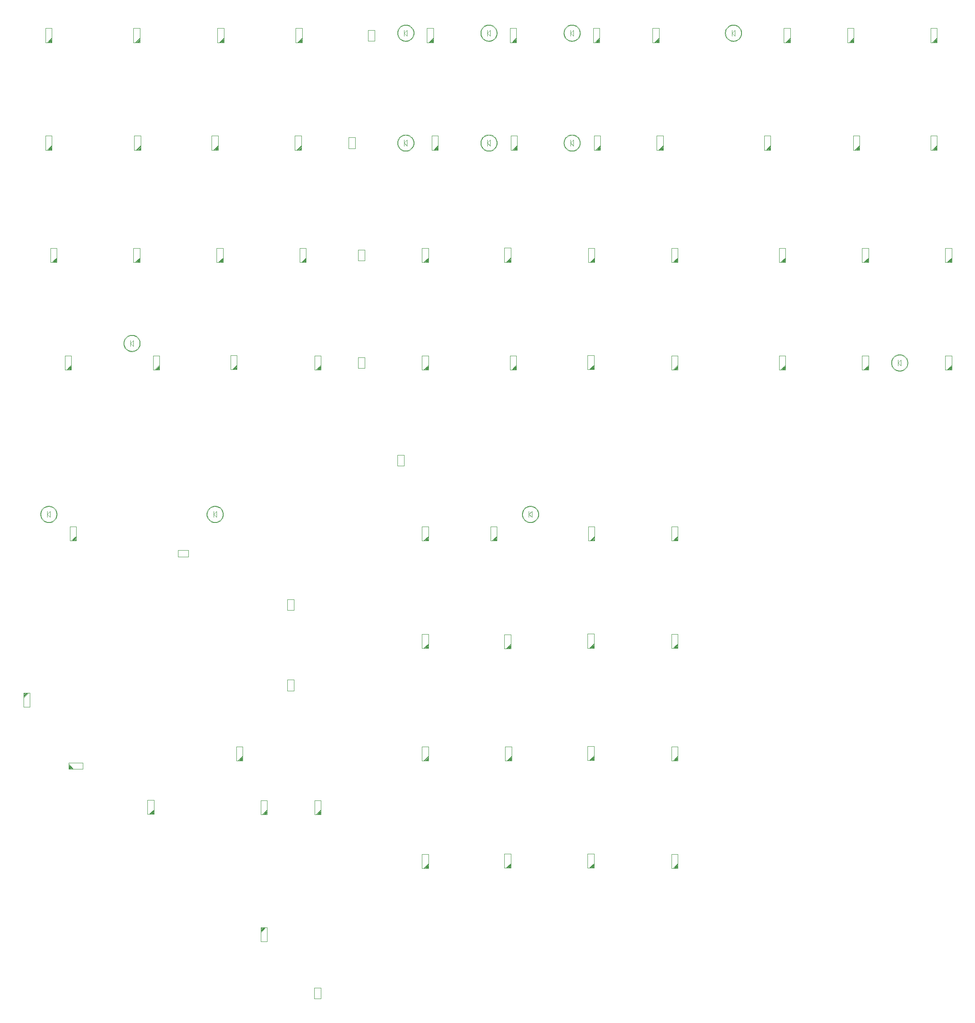
<source format=gbr>
%FSTAX23Y23*%
%MOIN*%
%SFA1B1*%

%IPPOS*%
%ADD50C,0.003937*%
%LNkeyboardmain_mechanical_14-1*%
%LPD*%
G54D50*
X01125Y05944D02*
D01*
X01125Y05949*
X01125Y05953*
X01124Y05957*
X01123Y05962*
X01122Y05966*
X0112Y0597*
X01118Y05974*
X01116Y05978*
X01113Y05981*
X01111Y05985*
X01108Y05988*
X01105Y05991*
X01101Y05994*
X01098Y05997*
X01094Y05999*
X0109Y06001*
X01086Y06003*
X01082Y06004*
X01078Y06006*
X01073Y06006*
X01069Y06007*
X01065Y06007*
X0106*
X01056Y06007*
X01052Y06006*
X01047Y06006*
X01043Y06004*
X01039Y06003*
X01035Y06001*
X01031Y05999*
X01027Y05997*
X01024Y05994*
X0102Y05991*
X01017Y05988*
X01014Y05985*
X01012Y05981*
X01009Y05978*
X01007Y05974*
X01005Y0597*
X01003Y05966*
X01002Y05962*
X01001Y05957*
X01Y05953*
X01Y05949*
X01Y05944*
X01Y0594*
X01Y05936*
X01001Y05931*
X01002Y05927*
X01003Y05923*
X01005Y05919*
X01007Y05915*
X01009Y05911*
X01012Y05907*
X01014Y05904*
X01017Y05901*
X0102Y05898*
X01024Y05895*
X01027Y05892*
X01031Y0589*
X01035Y05888*
X01039Y05886*
X01043Y05884*
X01047Y05883*
X01052Y05882*
X01056Y05882*
X0106Y05881*
X01065*
X01069Y05882*
X01073Y05882*
X01078Y05883*
X01082Y05884*
X01086Y05886*
X0109Y05888*
X01094Y0589*
X01098Y05892*
X01101Y05895*
X01105Y05898*
X01108Y05901*
X01111Y05904*
X01113Y05907*
X01116Y05911*
X01118Y05915*
X0112Y05919*
X01122Y05923*
X01123Y05927*
X01124Y05931*
X01125Y05936*
X01125Y0594*
X01125Y05944*
X01129D02*
D01*
X01129Y05949*
X01129Y05954*
X01128Y05958*
X01127Y05963*
X01125Y05967*
X01124Y05972*
X01122Y05976*
X01119Y0598*
X01117Y05984*
X01114Y05987*
X01111Y05991*
X01107Y05994*
X01104Y05997*
X011Y06*
X01096Y06002*
X01092Y06005*
X01088Y06006*
X01083Y06008*
X01079Y06009*
X01074Y0601*
X01069Y06011*
X01065Y06011*
X0106*
X01055Y06011*
X01051Y0601*
X01046Y06009*
X01042Y06008*
X01037Y06006*
X01033Y06005*
X01029Y06002*
X01025Y06*
X01021Y05997*
X01018Y05994*
X01014Y05991*
X01011Y05987*
X01008Y05984*
X01006Y0598*
X01003Y05976*
X01001Y05972*
X01Y05967*
X00998Y05963*
X00997Y05958*
X00996Y05954*
X00996Y05949*
X00996Y05944*
X00996Y0594*
X00996Y05935*
X00997Y0593*
X00998Y05926*
X01Y05921*
X01001Y05917*
X01003Y05913*
X01006Y05909*
X01008Y05905*
X01011Y05901*
X01014Y05898*
X01018Y05895*
X01021Y05892*
X01025Y05889*
X01029Y05886*
X01033Y05884*
X01037Y05882*
X01042Y05881*
X01046Y05879*
X01051Y05878*
X01055Y05878*
X0106Y05877*
X01065*
X01069Y05878*
X01074Y05878*
X01079Y05879*
X01083Y05881*
X01088Y05882*
X01092Y05884*
X01096Y05886*
X011Y05889*
X01104Y05892*
X01107Y05895*
X01111Y05898*
X01114Y05901*
X01117Y05905*
X01119Y05909*
X01122Y05913*
X01124Y05917*
X01125Y05921*
X01127Y05926*
X01128Y0593*
X01129Y05935*
X01129Y0594*
X01129Y05944*
X04334Y04566D02*
D01*
X04334Y04571*
X04334Y04575*
X04333Y0458*
X04332Y04584*
X0433Y04588*
X04329Y04592*
X04327Y04596*
X04325Y046*
X04322Y04603*
X04319Y04607*
X04316Y0461*
X04313Y04613*
X0431Y04616*
X04306Y04619*
X04303Y04621*
X04299Y04623*
X04295Y04625*
X04291Y04626*
X04286Y04628*
X04282Y04628*
X04278Y04629*
X04273Y04629*
X04269*
X04265Y04629*
X0426Y04628*
X04256Y04628*
X04252Y04626*
X04248Y04625*
X04244Y04623*
X0424Y04621*
X04236Y04619*
X04232Y04616*
X04229Y04613*
X04226Y0461*
X04223Y04607*
X0422Y04603*
X04218Y046*
X04216Y04596*
X04214Y04592*
X04212Y04588*
X04211Y04584*
X0421Y0458*
X04209Y04575*
X04208Y04571*
X04208Y04566*
X04208Y04562*
X04209Y04558*
X0421Y04553*
X04211Y04549*
X04212Y04545*
X04214Y04541*
X04216Y04537*
X04218Y04533*
X0422Y04529*
X04223Y04526*
X04226Y04523*
X04229Y0452*
X04232Y04517*
X04236Y04514*
X0424Y04512*
X04244Y0451*
X04248Y04508*
X04252Y04507*
X04256Y04505*
X0426Y04504*
X04265Y04504*
X04269Y04503*
X04273*
X04278Y04504*
X04282Y04504*
X04286Y04505*
X04291Y04507*
X04295Y04508*
X04299Y0451*
X04303Y04512*
X04306Y04514*
X0431Y04517*
X04313Y0452*
X04316Y04523*
X04319Y04526*
X04322Y04529*
X04325Y04533*
X04327Y04537*
X04329Y04541*
X0433Y04545*
X04332Y04549*
X04333Y04553*
X04334Y04558*
X04334Y04562*
X04334Y04566*
X04338D02*
D01*
X04338Y04571*
X04337Y04576*
X04337Y0458*
X04335Y04585*
X04334Y04589*
X04332Y04594*
X0433Y04598*
X04328Y04602*
X04325Y04606*
X04322Y04609*
X04319Y04613*
X04316Y04616*
X04312Y04619*
X04309Y04622*
X04305Y04624*
X043Y04627*
X04296Y04628*
X04292Y0463*
X04287Y04631*
X04283Y04632*
X04278Y04633*
X04273Y04633*
X04269*
X04264Y04633*
X0426Y04632*
X04255Y04631*
X0425Y0463*
X04246Y04628*
X04242Y04627*
X04238Y04624*
X04234Y04622*
X0423Y04619*
X04226Y04616*
X04223Y04613*
X0422Y04609*
X04217Y04606*
X04214Y04602*
X04212Y04598*
X0421Y04594*
X04208Y04589*
X04207Y04585*
X04206Y0458*
X04205Y04576*
X04204Y04571*
X04204Y04566*
X04204Y04562*
X04205Y04557*
X04206Y04553*
X04207Y04548*
X04208Y04544*
X0421Y04539*
X04212Y04535*
X04214Y04531*
X04217Y04527*
X0422Y04523*
X04223Y0452*
X04226Y04517*
X0423Y04514*
X04234Y04511*
X04238Y04508*
X04242Y04506*
X04246Y04504*
X0425Y04503*
X04255Y04501*
X0426Y04501*
X04264Y045*
X04269Y045*
X04273*
X04278Y045*
X04283Y04501*
X04287Y04501*
X04292Y04503*
X04296Y04504*
X043Y04506*
X04305Y04508*
X04309Y04511*
X04312Y04514*
X04316Y04517*
X04319Y0452*
X04322Y04523*
X04325Y04527*
X04328Y04531*
X0433Y04535*
X04332Y04539*
X04334Y04544*
X04335Y04548*
X04337Y04553*
X04337Y04557*
X04338Y04562*
X04338Y04566*
X01795D02*
D01*
X01795Y04571*
X01794Y04575*
X01793Y0458*
X01792Y04584*
X01791Y04588*
X01789Y04592*
X01787Y04596*
X01785Y046*
X01783Y04603*
X0178Y04607*
X01777Y0461*
X01774Y04613*
X01771Y04616*
X01767Y04619*
X01763Y04621*
X01759Y04623*
X01755Y04625*
X01751Y04626*
X01747Y04628*
X01743Y04628*
X01738Y04629*
X01734Y04629*
X0173*
X01725Y04629*
X01721Y04628*
X01717Y04628*
X01712Y04626*
X01708Y04625*
X01704Y04623*
X017Y04621*
X01697Y04619*
X01693Y04616*
X0169Y04613*
X01686Y0461*
X01684Y04607*
X01681Y04603*
X01678Y046*
X01676Y04596*
X01674Y04592*
X01673Y04588*
X01671Y04584*
X0167Y0458*
X01669Y04575*
X01669Y04571*
X01669Y04566*
X01669Y04562*
X01669Y04558*
X0167Y04553*
X01671Y04549*
X01673Y04545*
X01674Y04541*
X01676Y04537*
X01678Y04533*
X01681Y04529*
X01684Y04526*
X01686Y04523*
X0169Y0452*
X01693Y04517*
X01697Y04514*
X017Y04512*
X01704Y0451*
X01708Y04508*
X01712Y04507*
X01717Y04505*
X01721Y04504*
X01725Y04504*
X0173Y04503*
X01734*
X01738Y04504*
X01743Y04504*
X01747Y04505*
X01751Y04507*
X01755Y04508*
X01759Y0451*
X01763Y04512*
X01767Y04514*
X01771Y04517*
X01774Y0452*
X01777Y04523*
X0178Y04526*
X01783Y04529*
X01785Y04533*
X01787Y04537*
X01789Y04541*
X01791Y04545*
X01792Y04549*
X01793Y04553*
X01794Y04558*
X01795Y04562*
X01795Y04566*
X01799D02*
D01*
X01799Y04571*
X01798Y04576*
X01797Y0458*
X01796Y04585*
X01795Y04589*
X01793Y04594*
X01791Y04598*
X01789Y04602*
X01786Y04606*
X01783Y04609*
X0178Y04613*
X01777Y04616*
X01773Y04619*
X01769Y04622*
X01765Y04624*
X01761Y04627*
X01757Y04628*
X01752Y0463*
X01748Y04631*
X01743Y04632*
X01739Y04633*
X01734Y04633*
X01729*
X01725Y04633*
X0172Y04632*
X01716Y04631*
X01711Y0463*
X01707Y04628*
X01702Y04627*
X01698Y04624*
X01694Y04622*
X01691Y04619*
X01687Y04616*
X01684Y04613*
X01681Y04609*
X01678Y04606*
X01675Y04602*
X01673Y04598*
X01671Y04594*
X01669Y04589*
X01667Y04585*
X01666Y0458*
X01666Y04576*
X01665Y04571*
X01665Y04566*
X01665Y04562*
X01666Y04557*
X01666Y04553*
X01667Y04548*
X01669Y04544*
X01671Y04539*
X01673Y04535*
X01675Y04531*
X01678Y04527*
X01681Y04523*
X01684Y0452*
X01687Y04517*
X01691Y04514*
X01694Y04511*
X01698Y04508*
X01702Y04506*
X01707Y04504*
X01711Y04503*
X01716Y04501*
X0172Y04501*
X01725Y045*
X01729Y045*
X01734*
X01739Y045*
X01743Y04501*
X01748Y04501*
X01752Y04503*
X01757Y04504*
X01761Y04506*
X01765Y04508*
X01769Y04511*
X01773Y04514*
X01777Y04517*
X0178Y0452*
X01783Y04523*
X01786Y04527*
X01789Y04531*
X01791Y04535*
X01793Y04539*
X01795Y04544*
X01796Y04548*
X01797Y04553*
X01798Y04557*
X01799Y04562*
X01799Y04566*
X00456D02*
D01*
X00456Y04571*
X00456Y04575*
X00455Y0458*
X00454Y04584*
X00452Y04588*
X00451Y04592*
X00449Y04596*
X00447Y046*
X00444Y04603*
X00441Y04607*
X00439Y0461*
X00435Y04613*
X00432Y04616*
X00428Y04619*
X00425Y04621*
X00421Y04623*
X00417Y04625*
X00413Y04626*
X00408Y04628*
X00404Y04628*
X004Y04629*
X00395Y04629*
X00391*
X00387Y04629*
X00382Y04628*
X00378Y04628*
X00374Y04626*
X0037Y04625*
X00366Y04623*
X00362Y04621*
X00358Y04619*
X00354Y04616*
X00351Y04613*
X00348Y0461*
X00345Y04607*
X00342Y04603*
X0034Y046*
X00338Y04596*
X00336Y04592*
X00334Y04588*
X00333Y04584*
X00332Y0458*
X00331Y04575*
X0033Y04571*
X0033Y04566*
X0033Y04562*
X00331Y04558*
X00332Y04553*
X00333Y04549*
X00334Y04545*
X00336Y04541*
X00338Y04537*
X0034Y04533*
X00342Y04529*
X00345Y04526*
X00348Y04523*
X00351Y0452*
X00354Y04517*
X00358Y04514*
X00362Y04512*
X00366Y0451*
X0037Y04508*
X00374Y04507*
X00378Y04505*
X00382Y04504*
X00387Y04504*
X00391Y04503*
X00395*
X004Y04504*
X00404Y04504*
X00408Y04505*
X00413Y04507*
X00417Y04508*
X00421Y0451*
X00425Y04512*
X00428Y04514*
X00432Y04517*
X00435Y0452*
X00439Y04523*
X00441Y04526*
X00444Y04529*
X00447Y04533*
X00449Y04537*
X00451Y04541*
X00452Y04545*
X00454Y04549*
X00455Y04553*
X00456Y04558*
X00456Y04562*
X00456Y04566*
X0046D02*
D01*
X0046Y04571*
X00459Y04576*
X00459Y0458*
X00458Y04585*
X00456Y04589*
X00454Y04594*
X00452Y04598*
X0045Y04602*
X00447Y04606*
X00444Y04609*
X00441Y04613*
X00438Y04616*
X00434Y04619*
X00431Y04622*
X00427Y04624*
X00423Y04627*
X00418Y04628*
X00414Y0463*
X00409Y04631*
X00405Y04632*
X004Y04633*
X00396Y04633*
X00391*
X00386Y04633*
X00382Y04632*
X00377Y04631*
X00373Y0463*
X00368Y04628*
X00364Y04627*
X0036Y04624*
X00356Y04622*
X00352Y04619*
X00348Y04616*
X00345Y04613*
X00342Y04609*
X00339Y04606*
X00336Y04602*
X00334Y04598*
X00332Y04594*
X0033Y04589*
X00329Y04585*
X00328Y0458*
X00327Y04576*
X00326Y04571*
X00326Y04566*
X00326Y04562*
X00327Y04557*
X00328Y04553*
X00329Y04548*
X0033Y04544*
X00332Y04539*
X00334Y04535*
X00336Y04531*
X00339Y04527*
X00342Y04523*
X00345Y0452*
X00348Y04517*
X00352Y04514*
X00356Y04511*
X0036Y04508*
X00364Y04506*
X00368Y04504*
X00373Y04503*
X00377Y04501*
X00382Y04501*
X00386Y045*
X00391Y045*
X00396*
X004Y045*
X00405Y04501*
X00409Y04501*
X00414Y04503*
X00418Y04504*
X00423Y04506*
X00427Y04508*
X00431Y04511*
X00434Y04514*
X00438Y04517*
X00441Y0452*
X00444Y04523*
X00447Y04527*
X0045Y04531*
X00452Y04535*
X00454Y04539*
X00456Y04544*
X00458Y04548*
X00459Y04553*
X00459Y04557*
X0046Y04562*
X0046Y04566*
X07307Y05787D02*
D01*
X07306Y05791*
X07306Y05796*
X07305Y058*
X07304Y05804*
X07303Y05808*
X07301Y05813*
X07299Y05816*
X07297Y0582*
X07295Y05824*
X07292Y05827*
X07289Y05831*
X07286Y05834*
X07282Y05837*
X07279Y05839*
X07275Y05841*
X07271Y05844*
X07267Y05845*
X07263Y05847*
X07259Y05848*
X07255Y05849*
X0725Y0585*
X07246Y0585*
X07241*
X07237Y0585*
X07233Y05849*
X07228Y05848*
X07224Y05847*
X0722Y05845*
X07216Y05844*
X07212Y05841*
X07208Y05839*
X07205Y05837*
X07201Y05834*
X07198Y05831*
X07195Y05827*
X07193Y05824*
X0719Y0582*
X07188Y05816*
X07186Y05813*
X07184Y05808*
X07183Y05804*
X07182Y058*
X07181Y05796*
X07181Y05791*
X07181Y05787*
X07181Y05783*
X07181Y05778*
X07182Y05774*
X07183Y0577*
X07184Y05765*
X07186Y05761*
X07188Y05757*
X0719Y05754*
X07193Y0575*
X07195Y05746*
X07198Y05743*
X07201Y0574*
X07205Y05737*
X07208Y05735*
X07212Y05732*
X07216Y0573*
X0722Y05728*
X07224Y05727*
X07228Y05726*
X07233Y05725*
X07237Y05724*
X07241Y05724*
X07246*
X0725Y05724*
X07255Y05725*
X07259Y05726*
X07263Y05727*
X07267Y05728*
X07271Y0573*
X07275Y05732*
X07279Y05735*
X07282Y05737*
X07286Y0574*
X07289Y05743*
X07292Y05746*
X07295Y0575*
X07297Y05754*
X07299Y05757*
X07301Y05761*
X07303Y05765*
X07304Y0577*
X07305Y05774*
X07306Y05778*
X07306Y05783*
X07307Y05787*
X07311D02*
D01*
X0731Y05792*
X0731Y05796*
X07309Y05801*
X07308Y05805*
X07306Y0581*
X07305Y05814*
X07303Y05818*
X073Y05822*
X07298Y05826*
X07295Y0583*
X07292Y05833*
X07288Y05837*
X07285Y0584*
X07281Y05842*
X07277Y05845*
X07273Y05847*
X07269Y05849*
X07264Y05851*
X0726Y05852*
X07255Y05853*
X07251Y05853*
X07246Y05854*
X07241*
X07237Y05853*
X07232Y05853*
X07227Y05852*
X07223Y05851*
X07219Y05849*
X07214Y05847*
X0721Y05845*
X07206Y05842*
X07202Y0584*
X07199Y05837*
X07195Y05833*
X07192Y0583*
X07189Y05826*
X07187Y05822*
X07184Y05818*
X07182Y05814*
X07181Y0581*
X07179Y05805*
X07178Y05801*
X07177Y05796*
X07177Y05792*
X07177Y05787*
X07177Y05782*
X07177Y05778*
X07178Y05773*
X07179Y05768*
X07181Y05764*
X07182Y0576*
X07184Y05755*
X07187Y05751*
X07189Y05748*
X07192Y05744*
X07195Y0574*
X07199Y05737*
X07202Y05734*
X07206Y05731*
X0721Y05729*
X07214Y05727*
X07219Y05725*
X07223Y05723*
X07227Y05722*
X07232Y05721*
X07237Y0572*
X07241Y0572*
X07246*
X07251Y0572*
X07255Y05721*
X0726Y05722*
X07264Y05723*
X07269Y05725*
X07273Y05727*
X07277Y05729*
X07281Y05731*
X07285Y05734*
X07288Y05737*
X07292Y0574*
X07295Y05744*
X07298Y05748*
X073Y05751*
X07303Y05755*
X07305Y0576*
X07306Y05764*
X07308Y05768*
X07309Y05773*
X0731Y05778*
X0731Y05782*
X07311Y05787*
X04669Y07559D02*
D01*
X04669Y07563*
X04668Y07567*
X04667Y07572*
X04666Y07576*
X04665Y0758*
X04663Y07584*
X04661Y07588*
X04659Y07592*
X04657Y07596*
X04654Y07599*
X04651Y07602*
X04648Y07605*
X04645Y07608*
X04641Y07611*
X04637Y07613*
X04633Y07615*
X04629Y07617*
X04625Y07618*
X04621Y0762*
X04617Y07621*
X04612Y07621*
X04608Y07622*
X04604*
X04599Y07621*
X04595Y07621*
X04591Y0762*
X04586Y07618*
X04582Y07617*
X04578Y07615*
X04574Y07613*
X04571Y07611*
X04567Y07608*
X04564Y07605*
X0456Y07602*
X04558Y07599*
X04555Y07596*
X04552Y07592*
X0455Y07588*
X04548Y07584*
X04547Y0758*
X04545Y07576*
X04544Y07572*
X04543Y07567*
X04543Y07563*
X04543Y07559*
X04543Y07554*
X04543Y0755*
X04544Y07545*
X04545Y07541*
X04547Y07537*
X04548Y07533*
X0455Y07529*
X04552Y07525*
X04555Y07522*
X04558Y07518*
X0456Y07515*
X04564Y07512*
X04567Y07509*
X04571Y07506*
X04574Y07504*
X04578Y07502*
X04582Y075*
X04586Y07499*
X04591Y07497*
X04595Y07497*
X04599Y07496*
X04604Y07496*
X04608*
X04612Y07496*
X04617Y07497*
X04621Y07497*
X04625Y07499*
X04629Y075*
X04633Y07502*
X04637Y07504*
X04641Y07506*
X04645Y07509*
X04648Y07512*
X04651Y07515*
X04654Y07518*
X04657Y07522*
X04659Y07525*
X04661Y07529*
X04663Y07533*
X04665Y07537*
X04666Y07541*
X04667Y07545*
X04668Y0755*
X04669Y07554*
X04669Y07559*
X04673D02*
D01*
X04673Y07563*
X04672Y07568*
X04671Y07572*
X0467Y07577*
X04669Y07581*
X04667Y07586*
X04665Y0759*
X04663Y07594*
X0466Y07598*
X04657Y07602*
X04654Y07605*
X04651Y07608*
X04647Y07611*
X04643Y07614*
X04639Y07617*
X04635Y07619*
X04631Y07621*
X04626Y07622*
X04622Y07623*
X04617Y07624*
X04613Y07625*
X04608Y07625*
X04603*
X04599Y07625*
X04594Y07624*
X0459Y07623*
X04585Y07622*
X04581Y07621*
X04576Y07619*
X04572Y07617*
X04568Y07614*
X04565Y07611*
X04561Y07608*
X04558Y07605*
X04555Y07602*
X04552Y07598*
X04549Y07594*
X04547Y0759*
X04545Y07586*
X04543Y07581*
X04541Y07577*
X0454Y07572*
X0454Y07568*
X04539Y07563*
X04539Y07559*
X04539Y07554*
X0454Y07549*
X0454Y07545*
X04541Y0754*
X04543Y07536*
X04545Y07531*
X04547Y07527*
X04549Y07523*
X04552Y07519*
X04555Y07516*
X04558Y07512*
X04561Y07509*
X04565Y07506*
X04568Y07503*
X04572Y07501*
X04576Y07498*
X04581Y07496*
X04585Y07495*
X0459Y07494*
X04594Y07493*
X04599Y07492*
X04603Y07492*
X04608*
X04613Y07492*
X04617Y07493*
X04622Y07494*
X04626Y07495*
X04631Y07496*
X04635Y07498*
X04639Y07501*
X04643Y07503*
X04647Y07506*
X04651Y07509*
X04654Y07512*
X04657Y07516*
X0466Y07519*
X04663Y07523*
X04665Y07527*
X04667Y07531*
X04669Y07536*
X0467Y0754*
X04671Y07545*
X04672Y07549*
X04673Y07554*
X04673Y07559*
X04D02*
D01*
X03999Y07563*
X03999Y07567*
X03998Y07572*
X03997Y07576*
X03996Y0758*
X03994Y07584*
X03992Y07588*
X0399Y07592*
X03987Y07596*
X03985Y07599*
X03982Y07602*
X03979Y07605*
X03975Y07608*
X03972Y07611*
X03968Y07613*
X03964Y07615*
X0396Y07617*
X03956Y07618*
X03952Y0762*
X03947Y07621*
X03943Y07621*
X03939Y07622*
X03934*
X0393Y07621*
X03926Y07621*
X03921Y0762*
X03917Y07618*
X03913Y07617*
X03909Y07615*
X03905Y07613*
X03901Y07611*
X03898Y07608*
X03894Y07605*
X03891Y07602*
X03888Y07599*
X03886Y07596*
X03883Y07592*
X03881Y07588*
X03879Y07584*
X03877Y0758*
X03876Y07576*
X03875Y07572*
X03874Y07567*
X03874Y07563*
X03874Y07559*
X03874Y07554*
X03874Y0755*
X03875Y07545*
X03876Y07541*
X03877Y07537*
X03879Y07533*
X03881Y07529*
X03883Y07525*
X03886Y07522*
X03888Y07518*
X03891Y07515*
X03894Y07512*
X03898Y07509*
X03901Y07506*
X03905Y07504*
X03909Y07502*
X03913Y075*
X03917Y07499*
X03921Y07497*
X03926Y07497*
X0393Y07496*
X03934Y07496*
X03939*
X03943Y07496*
X03947Y07497*
X03952Y07497*
X03956Y07499*
X0396Y075*
X03964Y07502*
X03968Y07504*
X03972Y07506*
X03975Y07509*
X03979Y07512*
X03982Y07515*
X03985Y07518*
X03987Y07522*
X0399Y07525*
X03992Y07529*
X03994Y07533*
X03996Y07537*
X03997Y07541*
X03998Y07545*
X03999Y0755*
X03999Y07554*
X04Y07559*
X04003D02*
D01*
X04003Y07563*
X04003Y07568*
X04002Y07572*
X04001Y07577*
X03999Y07581*
X03998Y07586*
X03996Y0759*
X03993Y07594*
X03991Y07598*
X03988Y07602*
X03985Y07605*
X03981Y07608*
X03978Y07611*
X03974Y07614*
X0397Y07617*
X03966Y07619*
X03962Y07621*
X03957Y07622*
X03953Y07623*
X03948Y07624*
X03944Y07625*
X03939Y07625*
X03934*
X0393Y07625*
X03925Y07624*
X0392Y07623*
X03916Y07622*
X03911Y07621*
X03907Y07619*
X03903Y07617*
X03899Y07614*
X03895Y07611*
X03892Y07608*
X03888Y07605*
X03885Y07602*
X03882Y07598*
X0388Y07594*
X03877Y0759*
X03875Y07586*
X03874Y07581*
X03872Y07577*
X03871Y07572*
X0387Y07568*
X0387Y07563*
X0387Y07559*
X0387Y07554*
X0387Y07549*
X03871Y07545*
X03872Y0754*
X03874Y07536*
X03875Y07531*
X03877Y07527*
X0388Y07523*
X03882Y07519*
X03885Y07516*
X03888Y07512*
X03892Y07509*
X03895Y07506*
X03899Y07503*
X03903Y07501*
X03907Y07498*
X03911Y07496*
X03916Y07495*
X0392Y07494*
X03925Y07493*
X0393Y07492*
X03934Y07492*
X03939*
X03944Y07492*
X03948Y07493*
X03953Y07494*
X03957Y07495*
X03962Y07496*
X03966Y07498*
X0397Y07501*
X03974Y07503*
X03978Y07506*
X03981Y07509*
X03985Y07512*
X03988Y07516*
X03991Y07519*
X03993Y07523*
X03996Y07527*
X03998Y07531*
X03999Y07536*
X04001Y0754*
X04002Y07545*
X04003Y07549*
X04003Y07554*
X04003Y07559*
X0333D02*
D01*
X0333Y07563*
X0333Y07567*
X03329Y07572*
X03328Y07576*
X03326Y0758*
X03325Y07584*
X03323Y07588*
X03321Y07592*
X03318Y07596*
X03315Y07599*
X03313Y07602*
X03309Y07605*
X03306Y07608*
X03302Y07611*
X03299Y07613*
X03295Y07615*
X03291Y07617*
X03287Y07618*
X03282Y0762*
X03278Y07621*
X03274Y07621*
X03269Y07622*
X03265*
X03261Y07621*
X03256Y07621*
X03252Y0762*
X03248Y07618*
X03244Y07617*
X0324Y07615*
X03236Y07613*
X03232Y07611*
X03228Y07608*
X03225Y07605*
X03222Y07602*
X03219Y07599*
X03216Y07596*
X03214Y07592*
X03212Y07588*
X0321Y07584*
X03208Y0758*
X03207Y07576*
X03206Y07572*
X03205Y07567*
X03204Y07563*
X03204Y07559*
X03204Y07554*
X03205Y0755*
X03206Y07545*
X03207Y07541*
X03208Y07537*
X0321Y07533*
X03212Y07529*
X03214Y07525*
X03216Y07522*
X03219Y07518*
X03222Y07515*
X03225Y07512*
X03228Y07509*
X03232Y07506*
X03236Y07504*
X0324Y07502*
X03244Y075*
X03248Y07499*
X03252Y07497*
X03256Y07497*
X03261Y07496*
X03265Y07496*
X03269*
X03274Y07496*
X03278Y07497*
X03282Y07497*
X03287Y07499*
X03291Y075*
X03295Y07502*
X03299Y07504*
X03302Y07506*
X03306Y07509*
X03309Y07512*
X03313Y07515*
X03315Y07518*
X03318Y07522*
X03321Y07525*
X03323Y07529*
X03325Y07533*
X03326Y07537*
X03328Y07541*
X03329Y07545*
X0333Y0755*
X0333Y07554*
X0333Y07559*
X03334D02*
D01*
X03334Y07563*
X03333Y07568*
X03333Y07572*
X03332Y07577*
X0333Y07581*
X03328Y07586*
X03326Y0759*
X03324Y07594*
X03321Y07598*
X03318Y07602*
X03315Y07605*
X03312Y07608*
X03308Y07611*
X03305Y07614*
X03301Y07617*
X03297Y07619*
X03292Y07621*
X03288Y07622*
X03283Y07623*
X03279Y07624*
X03274Y07625*
X0327Y07625*
X03265*
X0326Y07625*
X03256Y07624*
X03251Y07623*
X03247Y07622*
X03242Y07621*
X03238Y07619*
X03234Y07617*
X0323Y07614*
X03226Y07611*
X03222Y07608*
X03219Y07605*
X03216Y07602*
X03213Y07598*
X0321Y07594*
X03208Y0759*
X03206Y07586*
X03204Y07581*
X03203Y07577*
X03202Y07572*
X03201Y07568*
X032Y07563*
X032Y07559*
X032Y07554*
X03201Y07549*
X03202Y07545*
X03203Y0754*
X03204Y07536*
X03206Y07531*
X03208Y07527*
X0321Y07523*
X03213Y07519*
X03216Y07516*
X03219Y07512*
X03222Y07509*
X03226Y07506*
X0323Y07503*
X03234Y07501*
X03238Y07498*
X03242Y07496*
X03247Y07495*
X03251Y07494*
X03256Y07493*
X0326Y07492*
X03265Y07492*
X0327*
X03274Y07492*
X03279Y07493*
X03283Y07494*
X03288Y07495*
X03292Y07496*
X03297Y07498*
X03301Y07501*
X03305Y07503*
X03308Y07506*
X03312Y07509*
X03315Y07512*
X03318Y07516*
X03321Y07519*
X03324Y07523*
X03326Y07527*
X03328Y07531*
X0333Y07536*
X03332Y0754*
X03333Y07545*
X03333Y07549*
X03334Y07554*
X03334Y07559*
X05968Y08444D02*
D01*
X05968Y08449*
X05967Y08453*
X05967Y08457*
X05966Y08462*
X05964Y08466*
X05963Y0847*
X05961Y08474*
X05958Y08478*
X05956Y08481*
X05953Y08485*
X0595Y08488*
X05947Y08491*
X05944Y08494*
X0594Y08497*
X05937Y08499*
X05933Y08501*
X05929Y08503*
X05924Y08504*
X0592Y08506*
X05916Y08506*
X05912Y08507*
X05907Y08507*
X05903*
X05898Y08507*
X05894Y08506*
X0589Y08506*
X05886Y08504*
X05881Y08503*
X05877Y08501*
X05874Y08499*
X0587Y08497*
X05866Y08494*
X05863Y08491*
X0586Y08488*
X05857Y08485*
X05854Y08481*
X05852Y08478*
X05849Y08474*
X05847Y0847*
X05846Y08466*
X05844Y08462*
X05843Y08457*
X05843Y08453*
X05842Y08449*
X05842Y08444*
X05842Y0844*
X05843Y08436*
X05843Y08431*
X05844Y08427*
X05846Y08423*
X05847Y08419*
X05849Y08415*
X05852Y08411*
X05854Y08407*
X05857Y08404*
X0586Y08401*
X05863Y08398*
X05866Y08395*
X0587Y08392*
X05874Y0839*
X05877Y08388*
X05881Y08386*
X05886Y08384*
X0589Y08383*
X05894Y08382*
X05898Y08382*
X05903Y08381*
X05907*
X05912Y08382*
X05916Y08382*
X0592Y08383*
X05924Y08384*
X05929Y08386*
X05933Y08388*
X05937Y0839*
X0594Y08392*
X05944Y08395*
X05947Y08398*
X0595Y08401*
X05953Y08404*
X05956Y08407*
X05958Y08411*
X05961Y08415*
X05963Y08419*
X05964Y08423*
X05966Y08427*
X05967Y08431*
X05967Y08436*
X05968Y0844*
X05968Y08444*
X05972D02*
D01*
X05972Y08449*
X05971Y08454*
X0597Y08458*
X05969Y08463*
X05968Y08467*
X05966Y08472*
X05964Y08476*
X05962Y0848*
X05959Y08484*
X05956Y08487*
X05953Y08491*
X0595Y08494*
X05946Y08497*
X05942Y085*
X05938Y08502*
X05934Y08505*
X0593Y08506*
X05926Y08508*
X05921Y08509*
X05917Y0851*
X05912Y08511*
X05907Y08511*
X05903*
X05898Y08511*
X05893Y0851*
X05889Y08509*
X05884Y08508*
X0588Y08506*
X05876Y08505*
X05872Y08502*
X05868Y085*
X05864Y08497*
X0586Y08494*
X05857Y08491*
X05854Y08487*
X05851Y08484*
X05848Y0848*
X05846Y08476*
X05844Y08472*
X05842Y08467*
X05841Y08463*
X0584Y08458*
X05839Y08454*
X05838Y08449*
X05838Y08444*
X05838Y0844*
X05839Y08435*
X0584Y0843*
X05841Y08426*
X05842Y08421*
X05844Y08417*
X05846Y08413*
X05848Y08409*
X05851Y08405*
X05854Y08401*
X05857Y08398*
X0586Y08395*
X05864Y08392*
X05868Y08389*
X05872Y08386*
X05876Y08384*
X0588Y08382*
X05884Y08381*
X05889Y08379*
X05893Y08378*
X05898Y08378*
X05903Y08377*
X05907*
X05912Y08378*
X05917Y08378*
X05921Y08379*
X05926Y08381*
X0593Y08382*
X05934Y08384*
X05938Y08386*
X05942Y08389*
X05946Y08392*
X0595Y08395*
X05953Y08398*
X05956Y08401*
X05959Y08405*
X05962Y08409*
X05964Y08413*
X05966Y08417*
X05968Y08421*
X05969Y08426*
X0597Y0843*
X05971Y08435*
X05972Y0844*
X05972Y08444*
X04669D02*
D01*
X04669Y08449*
X04668Y08453*
X04667Y08457*
X04666Y08462*
X04665Y08466*
X04663Y0847*
X04661Y08474*
X04659Y08478*
X04657Y08481*
X04654Y08485*
X04651Y08488*
X04648Y08491*
X04645Y08494*
X04641Y08497*
X04637Y08499*
X04633Y08501*
X04629Y08503*
X04625Y08504*
X04621Y08506*
X04617Y08506*
X04612Y08507*
X04608Y08507*
X04604*
X04599Y08507*
X04595Y08506*
X04591Y08506*
X04586Y08504*
X04582Y08503*
X04578Y08501*
X04574Y08499*
X04571Y08497*
X04567Y08494*
X04564Y08491*
X0456Y08488*
X04558Y08485*
X04555Y08481*
X04552Y08478*
X0455Y08474*
X04548Y0847*
X04547Y08466*
X04545Y08462*
X04544Y08457*
X04543Y08453*
X04543Y08449*
X04543Y08444*
X04543Y0844*
X04543Y08436*
X04544Y08431*
X04545Y08427*
X04547Y08423*
X04548Y08419*
X0455Y08415*
X04552Y08411*
X04555Y08407*
X04558Y08404*
X0456Y08401*
X04564Y08398*
X04567Y08395*
X04571Y08392*
X04574Y0839*
X04578Y08388*
X04582Y08386*
X04586Y08384*
X04591Y08383*
X04595Y08382*
X04599Y08382*
X04604Y08381*
X04608*
X04612Y08382*
X04617Y08382*
X04621Y08383*
X04625Y08384*
X04629Y08386*
X04633Y08388*
X04637Y0839*
X04641Y08392*
X04645Y08395*
X04648Y08398*
X04651Y08401*
X04654Y08404*
X04657Y08407*
X04659Y08411*
X04661Y08415*
X04663Y08419*
X04665Y08423*
X04666Y08427*
X04667Y08431*
X04668Y08436*
X04669Y0844*
X04669Y08444*
X04673D02*
D01*
X04673Y08449*
X04672Y08454*
X04671Y08458*
X0467Y08463*
X04669Y08467*
X04667Y08472*
X04665Y08476*
X04663Y0848*
X0466Y08484*
X04657Y08487*
X04654Y08491*
X04651Y08494*
X04647Y08497*
X04643Y085*
X04639Y08502*
X04635Y08505*
X04631Y08506*
X04626Y08508*
X04622Y08509*
X04617Y0851*
X04613Y08511*
X04608Y08511*
X04603*
X04599Y08511*
X04594Y0851*
X0459Y08509*
X04585Y08508*
X04581Y08506*
X04576Y08505*
X04572Y08502*
X04568Y085*
X04565Y08497*
X04561Y08494*
X04558Y08491*
X04555Y08487*
X04552Y08484*
X04549Y0848*
X04547Y08476*
X04545Y08472*
X04543Y08467*
X04541Y08463*
X0454Y08458*
X0454Y08454*
X04539Y08449*
X04539Y08444*
X04539Y0844*
X0454Y08435*
X0454Y0843*
X04541Y08426*
X04543Y08421*
X04545Y08417*
X04547Y08413*
X04549Y08409*
X04552Y08405*
X04555Y08401*
X04558Y08398*
X04561Y08395*
X04565Y08392*
X04568Y08389*
X04572Y08386*
X04576Y08384*
X04581Y08382*
X04585Y08381*
X0459Y08379*
X04594Y08378*
X04599Y08378*
X04603Y08377*
X04608*
X04613Y08378*
X04617Y08378*
X04622Y08379*
X04626Y08381*
X04631Y08382*
X04635Y08384*
X04639Y08386*
X04643Y08389*
X04647Y08392*
X04651Y08395*
X04654Y08398*
X04657Y08401*
X0466Y08405*
X04663Y08409*
X04665Y08413*
X04667Y08417*
X04669Y08421*
X0467Y08426*
X04671Y0843*
X04672Y08435*
X04673Y0844*
X04673Y08444*
X04D02*
D01*
X03999Y08449*
X03999Y08453*
X03998Y08457*
X03997Y08462*
X03996Y08466*
X03994Y0847*
X03992Y08474*
X0399Y08478*
X03987Y08481*
X03985Y08485*
X03982Y08488*
X03979Y08491*
X03975Y08494*
X03972Y08497*
X03968Y08499*
X03964Y08501*
X0396Y08503*
X03956Y08504*
X03952Y08506*
X03947Y08506*
X03943Y08507*
X03939Y08507*
X03934*
X0393Y08507*
X03926Y08506*
X03921Y08506*
X03917Y08504*
X03913Y08503*
X03909Y08501*
X03905Y08499*
X03901Y08497*
X03898Y08494*
X03894Y08491*
X03891Y08488*
X03888Y08485*
X03886Y08481*
X03883Y08478*
X03881Y08474*
X03879Y0847*
X03877Y08466*
X03876Y08462*
X03875Y08457*
X03874Y08453*
X03874Y08449*
X03874Y08444*
X03874Y0844*
X03874Y08436*
X03875Y08431*
X03876Y08427*
X03877Y08423*
X03879Y08419*
X03881Y08415*
X03883Y08411*
X03886Y08407*
X03888Y08404*
X03891Y08401*
X03894Y08398*
X03898Y08395*
X03901Y08392*
X03905Y0839*
X03909Y08388*
X03913Y08386*
X03917Y08384*
X03921Y08383*
X03926Y08382*
X0393Y08382*
X03934Y08381*
X03939*
X03943Y08382*
X03947Y08382*
X03952Y08383*
X03956Y08384*
X0396Y08386*
X03964Y08388*
X03968Y0839*
X03972Y08392*
X03975Y08395*
X03979Y08398*
X03982Y08401*
X03985Y08404*
X03987Y08407*
X0399Y08411*
X03992Y08415*
X03994Y08419*
X03996Y08423*
X03997Y08427*
X03998Y08431*
X03999Y08436*
X03999Y0844*
X04Y08444*
X04003D02*
D01*
X04003Y08449*
X04003Y08454*
X04002Y08458*
X04001Y08463*
X03999Y08467*
X03998Y08472*
X03996Y08476*
X03993Y0848*
X03991Y08484*
X03988Y08487*
X03985Y08491*
X03981Y08494*
X03978Y08497*
X03974Y085*
X0397Y08502*
X03966Y08505*
X03962Y08506*
X03957Y08508*
X03953Y08509*
X03948Y0851*
X03944Y08511*
X03939Y08511*
X03934*
X0393Y08511*
X03925Y0851*
X0392Y08509*
X03916Y08508*
X03911Y08506*
X03907Y08505*
X03903Y08502*
X03899Y085*
X03895Y08497*
X03892Y08494*
X03888Y08491*
X03885Y08487*
X03882Y08484*
X0388Y0848*
X03877Y08476*
X03875Y08472*
X03874Y08467*
X03872Y08463*
X03871Y08458*
X0387Y08454*
X0387Y08449*
X0387Y08444*
X0387Y0844*
X0387Y08435*
X03871Y0843*
X03872Y08426*
X03874Y08421*
X03875Y08417*
X03877Y08413*
X0388Y08409*
X03882Y08405*
X03885Y08401*
X03888Y08398*
X03892Y08395*
X03895Y08392*
X03899Y08389*
X03903Y08386*
X03907Y08384*
X03911Y08382*
X03916Y08381*
X0392Y08379*
X03925Y08378*
X0393Y08378*
X03934Y08377*
X03939*
X03944Y08378*
X03948Y08378*
X03953Y08379*
X03957Y08381*
X03962Y08382*
X03966Y08384*
X0397Y08386*
X03974Y08389*
X03978Y08392*
X03981Y08395*
X03985Y08398*
X03988Y08401*
X03991Y08405*
X03993Y08409*
X03996Y08413*
X03998Y08417*
X03999Y08421*
X04001Y08426*
X04002Y0843*
X04003Y08435*
X04003Y0844*
X04003Y08444*
X0333D02*
D01*
X0333Y08449*
X0333Y08453*
X03329Y08457*
X03328Y08462*
X03326Y08466*
X03325Y0847*
X03323Y08474*
X03321Y08478*
X03318Y08481*
X03315Y08485*
X03313Y08488*
X03309Y08491*
X03306Y08494*
X03302Y08497*
X03299Y08499*
X03295Y08501*
X03291Y08503*
X03287Y08504*
X03282Y08506*
X03278Y08506*
X03274Y08507*
X03269Y08507*
X03265*
X03261Y08507*
X03256Y08506*
X03252Y08506*
X03248Y08504*
X03244Y08503*
X0324Y08501*
X03236Y08499*
X03232Y08497*
X03228Y08494*
X03225Y08491*
X03222Y08488*
X03219Y08485*
X03216Y08481*
X03214Y08478*
X03212Y08474*
X0321Y0847*
X03208Y08466*
X03207Y08462*
X03206Y08457*
X03205Y08453*
X03204Y08449*
X03204Y08444*
X03204Y0844*
X03205Y08436*
X03206Y08431*
X03207Y08427*
X03208Y08423*
X0321Y08419*
X03212Y08415*
X03214Y08411*
X03216Y08407*
X03219Y08404*
X03222Y08401*
X03225Y08398*
X03228Y08395*
X03232Y08392*
X03236Y0839*
X0324Y08388*
X03244Y08386*
X03248Y08384*
X03252Y08383*
X03256Y08382*
X03261Y08382*
X03265Y08381*
X03269*
X03274Y08382*
X03278Y08382*
X03282Y08383*
X03287Y08384*
X03291Y08386*
X03295Y08388*
X03299Y0839*
X03302Y08392*
X03306Y08395*
X03309Y08398*
X03313Y08401*
X03315Y08404*
X03318Y08407*
X03321Y08411*
X03323Y08415*
X03325Y08419*
X03326Y08423*
X03328Y08427*
X03329Y08431*
X0333Y08436*
X0333Y0844*
X0333Y08444*
X03334D02*
D01*
X03334Y08449*
X03333Y08454*
X03333Y08458*
X03332Y08463*
X0333Y08467*
X03328Y08472*
X03326Y08476*
X03324Y0848*
X03321Y08484*
X03318Y08487*
X03315Y08491*
X03312Y08494*
X03308Y08497*
X03305Y085*
X03301Y08502*
X03297Y08505*
X03292Y08506*
X03288Y08508*
X03283Y08509*
X03279Y0851*
X03274Y08511*
X0327Y08511*
X03265*
X0326Y08511*
X03256Y0851*
X03251Y08509*
X03247Y08508*
X03242Y08506*
X03238Y08505*
X03234Y08502*
X0323Y085*
X03226Y08497*
X03222Y08494*
X03219Y08491*
X03216Y08487*
X03213Y08484*
X0321Y0848*
X03208Y08476*
X03206Y08472*
X03204Y08467*
X03203Y08463*
X03202Y08458*
X03201Y08454*
X032Y08449*
X032Y08444*
X032Y0844*
X03201Y08435*
X03202Y0843*
X03203Y08426*
X03204Y08421*
X03206Y08417*
X03208Y08413*
X0321Y08409*
X03213Y08405*
X03216Y08401*
X03219Y08398*
X03222Y08395*
X03226Y08392*
X0323Y08389*
X03234Y08386*
X03238Y08384*
X03242Y08382*
X03247Y08381*
X03251Y08379*
X03256Y08378*
X0326Y08378*
X03265Y08377*
X0327*
X03274Y08378*
X03279Y08378*
X03283Y08379*
X03288Y08381*
X03292Y08382*
X03297Y08384*
X03301Y08386*
X03305Y08389*
X03308Y08392*
X03312Y08395*
X03315Y08398*
X03318Y08401*
X03321Y08405*
X03324Y08409*
X03326Y08413*
X03328Y08417*
X0333Y08421*
X03332Y08426*
X03333Y0843*
X03333Y08435*
X03334Y0844*
X03334Y08444*
X01074Y05921D02*
Y05968D01*
X01051Y05944D02*
X01074Y05968D01*
X01051Y05944D02*
X01074Y05921D01*
X01051D02*
Y05968D01*
X0019Y03013D02*
Y03127D01*
X00242*
Y03013D02*
Y03127D01*
X0019Y03013D02*
X00242D01*
X0019Y03088D02*
X0023Y03127D01*
X0019Y03092D02*
X00226Y03127D01*
X0019Y03096D02*
X00222Y03127D01*
X0019Y031D02*
X00218Y03127D01*
X0019Y03104D02*
X00214Y03127D01*
X0019Y03108D02*
X0021Y03127D01*
X0019Y03112D02*
X00206Y03127D01*
X0019Y03116D02*
X00202Y03127D01*
X0019Y0312D02*
X00198Y03127D01*
X0019Y03124D02*
X00194Y03127D01*
X00553Y02513D02*
X00667D01*
X00553D02*
Y02564D01*
X00667*
Y02513D02*
Y02564D01*
X00553Y02553D02*
X00592Y02513D01*
X00553Y02549D02*
X00588Y02513D01*
X00553Y02545D02*
X00584Y02513D01*
X00553Y02541D02*
X0058Y02513D01*
X00553Y02537D02*
X00576Y02513D01*
X00553Y02533D02*
X00572Y02513D01*
X00553Y02529D02*
X00568Y02513D01*
X00553Y02525D02*
X00564Y02513D01*
X00553Y02521D02*
X00561Y02513D01*
X00553Y02517D02*
X00557Y02513D01*
X01519Y04225D02*
Y04278D01*
X01433Y04225D02*
Y04278D01*
X01433Y04225D02*
X01519D01*
X01433Y04278D02*
X01519D01*
X02315Y03881D02*
X02369D01*
X02315Y03795D02*
X02369D01*
X02369Y03795D02*
Y03881D01*
X02315Y03795D02*
Y03881D01*
X02315Y03145D02*
X02369D01*
X02315Y03232D02*
X02369D01*
X02315Y03145D02*
Y03232D01*
X02369Y03145D02*
Y03232D01*
X02532Y00665D02*
X02585D01*
X02532Y00751D02*
X02585D01*
X02532Y00665D02*
Y00751D01*
X02585Y00665D02*
Y00751D01*
X02886Y05744D02*
X02939D01*
X02886Y0583D02*
X02939D01*
X02886Y05744D02*
Y0583D01*
X02939Y05744D02*
Y0583D01*
X02886Y0661D02*
X02939D01*
X02886Y06696D02*
X02939D01*
X02886Y0661D02*
Y06696D01*
X02939Y0661D02*
Y06696D01*
X02808Y07515D02*
X02861D01*
X02808Y07602D02*
X02861D01*
X02808Y07515D02*
Y07602D01*
X02861Y07515D02*
Y07602D01*
X02965Y08381D02*
X03018D01*
X02965Y08468D02*
X03018D01*
X02965Y08381D02*
Y08468D01*
X03018Y08381D02*
Y08468D01*
X03201Y05043D02*
X03254D01*
X03201Y04956D02*
X03254D01*
X03254Y04956D02*
Y05043D01*
X03201Y04956D02*
Y05043D01*
X04283Y04543D02*
Y0459D01*
X04259Y04566D02*
X04283Y0459D01*
X04259Y04566D02*
X04283Y04543D01*
X04259D02*
Y0459D01*
X01744Y04543D02*
Y0459D01*
X0172Y04566D02*
X01744Y0459D01*
X0172Y04566D02*
X01744Y04543D01*
X0172D02*
Y0459D01*
X00405Y04543D02*
Y0459D01*
X00381Y04566D02*
X00405Y0459D01*
X00381Y04566D02*
X00405Y04543D01*
X00381D02*
Y0459D01*
X07255Y05763D02*
Y05811D01*
X07232Y05787D02*
X07255Y05811D01*
X07232Y05787D02*
X07255Y05763D01*
X07232D02*
Y05811D01*
X04618Y07535D02*
Y07582D01*
X04594Y07559D02*
X04618Y07582D01*
X04594Y07559D02*
X04618Y07535D01*
X04594D02*
Y07582D01*
X03948Y07535D02*
Y07582D01*
X03925Y07559D02*
X03948Y07582D01*
X03925Y07559D02*
X03948Y07535D01*
X03925D02*
Y07582D01*
X03279Y07535D02*
Y07582D01*
X03255Y07559D02*
X03279Y07582D01*
X03255Y07559D02*
X03279Y07535D01*
X03255D02*
Y07582D01*
X05917Y08421D02*
Y08468D01*
X05893Y08444D02*
X05917Y08468D01*
X05893Y08444D02*
X05917Y08421D01*
X05893D02*
Y08468D01*
X04618Y08421D02*
Y08468D01*
X04594Y08444D02*
X04618Y08468D01*
X04594Y08444D02*
X04618Y08421D01*
X04594D02*
Y08468D01*
X03948Y08421D02*
Y08468D01*
X03925Y08444D02*
X03948Y08468D01*
X03925Y08444D02*
X03948Y08421D01*
X03925D02*
Y08468D01*
X03279Y08421D02*
Y08468D01*
X03255Y08444D02*
X03279Y08468D01*
X03255Y08444D02*
X03279Y08421D01*
X03255D02*
Y08468D01*
X05458Y01714D02*
Y01828D01*
X05407Y01714D02*
X05458D01*
X05407D02*
Y01828D01*
X05458*
X05419Y01714D02*
X05458Y01753D01*
X05423Y01714D02*
X05458Y0175D01*
X05427Y01714D02*
X05458Y01746D01*
X05431Y01714D02*
X05458Y01742D01*
X05435Y01714D02*
X05458Y01738D01*
X05438Y01714D02*
X05458Y01734D01*
X05442Y01714D02*
X05458Y0173D01*
X05446Y01714D02*
X05458Y01726D01*
X0545Y01714D02*
X05458Y01722D01*
X05454Y01714D02*
X05458Y01718D01*
X04783Y01716D02*
Y0183D01*
X04732Y01716D02*
X04783D01*
X04732D02*
Y0183D01*
X04783*
X04744Y01716D02*
X04783Y01755D01*
X04748Y01716D02*
X04783Y01751D01*
X04751Y01716D02*
X04783Y01748D01*
X04755Y01716D02*
X04783Y01744D01*
X04759Y01716D02*
X04783Y0174D01*
X04763Y01716D02*
X04783Y01736D01*
X04767Y01716D02*
X04783Y01732D01*
X04771Y01716D02*
X04783Y01728D01*
X04775Y01716D02*
X04783Y01724D01*
X04779Y01716D02*
X04783Y0172D01*
X04114Y01716D02*
Y0183D01*
X04062Y01716D02*
X04114D01*
X04062D02*
Y0183D01*
X04114*
X04074Y01716D02*
X04114Y01755D01*
X04078Y01716D02*
X04114Y01751D01*
X04082Y01716D02*
X04114Y01748D01*
X04086Y01716D02*
X04114Y01744D01*
X0409Y01716D02*
X04114Y0174D01*
X04094Y01716D02*
X04114Y01736D01*
X04098Y01716D02*
X04114Y01732D01*
X04102Y01716D02*
X04114Y01728D01*
X04106Y01716D02*
X04114Y01724D01*
X0411Y01716D02*
X04114Y0172D01*
X0345Y01714D02*
Y01828D01*
X03399Y01714D02*
X0345D01*
X03399D02*
Y01828D01*
X0345*
X03411Y01714D02*
X0345Y01753D01*
X03415Y01714D02*
X0345Y0175D01*
X03419Y01714D02*
X0345Y01746D01*
X03423Y01714D02*
X0345Y01742D01*
X03427Y01714D02*
X0345Y01738D01*
X03431Y01714D02*
X0345Y01734D01*
X03435Y01714D02*
X0345Y0173D01*
X03438Y01714D02*
X0345Y01726D01*
X03442Y01714D02*
X0345Y01722D01*
X03446Y01714D02*
X0345Y01718D01*
X021Y01124D02*
Y01238D01*
X02151*
Y01124D02*
Y01238D01*
X021Y01124D02*
X02151D01*
X021Y01198D02*
X02139Y01238D01*
X021Y01202D02*
X02135Y01238D01*
X021Y01206D02*
X02131Y01238D01*
X021Y0121D02*
X02127Y01238D01*
X021Y01214D02*
X02124Y01238D01*
X021Y01218D02*
X0212Y01238D01*
X021Y01222D02*
X02116Y01238D01*
X021Y01226D02*
X02112Y01238D01*
X021Y0123D02*
X02108Y01238D01*
X021Y01234D02*
X02104Y01238D01*
X05458Y0258D02*
Y02694D01*
X05407Y0258D02*
X05458D01*
X05407D02*
Y02694D01*
X05458*
X05419Y0258D02*
X05458Y0262D01*
X05423Y0258D02*
X05458Y02616D01*
X05427Y0258D02*
X05458Y02612D01*
X05431Y0258D02*
X05458Y02608D01*
X05435Y0258D02*
X05458Y02604D01*
X05438Y0258D02*
X05458Y026D01*
X05442Y0258D02*
X05458Y02596D01*
X05446Y0258D02*
X05458Y02592D01*
X0545Y0258D02*
X05458Y02588D01*
X05454Y0258D02*
X05458Y02584D01*
X04783Y02582D02*
Y02696D01*
X04732Y02582D02*
X04783D01*
X04732D02*
Y02696D01*
X04783*
X04744Y02582D02*
X04783Y02622D01*
X04748Y02582D02*
X04783Y02618D01*
X04751Y02582D02*
X04783Y02614D01*
X04755Y02582D02*
X04783Y0261D01*
X04759Y02582D02*
X04783Y02606D01*
X04763Y02582D02*
X04783Y02602D01*
X04767Y02582D02*
X04783Y02598D01*
X04771Y02582D02*
X04783Y02594D01*
X04775Y02582D02*
X04783Y0259D01*
X04779Y02582D02*
X04783Y02586D01*
X0412Y0258D02*
Y02694D01*
X04068Y0258D02*
X0412D01*
X04068D02*
Y02694D01*
X0412*
X0408Y0258D02*
X0412Y0262D01*
X04084Y0258D02*
X0412Y02616D01*
X04088Y0258D02*
X0412Y02612D01*
X04092Y0258D02*
X0412Y02608D01*
X04096Y0258D02*
X0412Y02604D01*
X041Y0258D02*
X0412Y026D01*
X04104Y0258D02*
X0412Y02596D01*
X04108Y0258D02*
X0412Y02592D01*
X04112Y0258D02*
X0412Y02588D01*
X04116Y0258D02*
X0412Y02584D01*
X0345Y0258D02*
Y02694D01*
X03399Y0258D02*
X0345D01*
X03399D02*
Y02694D01*
X0345*
X03411Y0258D02*
X0345Y0262D01*
X03415Y0258D02*
X0345Y02616D01*
X03419Y0258D02*
X0345Y02612D01*
X03423Y0258D02*
X0345Y02608D01*
X03427Y0258D02*
X0345Y02604D01*
X03431Y0258D02*
X0345Y026D01*
X03435Y0258D02*
X0345Y02596D01*
X03438Y0258D02*
X0345Y02592D01*
X03442Y0258D02*
X0345Y02588D01*
X03446Y0258D02*
X0345Y02584D01*
X02584Y02147D02*
Y02261D01*
X02533Y02147D02*
X02584D01*
X02533D02*
Y02261D01*
X02584*
X02545Y02147D02*
X02584Y02187D01*
X02549Y02147D02*
X02584Y02183D01*
X02553Y02147D02*
X02584Y02179D01*
X02557Y02147D02*
X02584Y02175D01*
X02561Y02147D02*
X02584Y02171D01*
X02564Y02147D02*
X02584Y02167D01*
X02568Y02147D02*
X02584Y02163D01*
X02572Y02147D02*
X02584Y02159D01*
X02576Y02147D02*
X02584Y02155D01*
X0258Y02147D02*
X02584Y02151D01*
X02151Y02147D02*
Y02261D01*
X021Y02147D02*
X02151D01*
X021D02*
Y02261D01*
X02151*
X02112Y02147D02*
X02151Y02187D01*
X02116Y02147D02*
X02151Y02183D01*
X0212Y02147D02*
X02151Y02179D01*
X02124Y02147D02*
X02151Y02175D01*
X02127Y02147D02*
X02151Y02171D01*
X02131Y02147D02*
X02151Y02167D01*
X02135Y02147D02*
X02151Y02163D01*
X02139Y02147D02*
X02151Y02159D01*
X02143Y02147D02*
X02151Y02155D01*
X02147Y02147D02*
X02151Y02151D01*
X0124Y02149D02*
Y02263D01*
X01188Y02149D02*
X0124D01*
X01188D02*
Y02263D01*
X0124*
X012Y02149D02*
X0124Y02188D01*
X01204Y02149D02*
X0124Y02185D01*
X01208Y02149D02*
X0124Y02181D01*
X01212Y02149D02*
X0124Y02177D01*
X01216Y02149D02*
X0124Y02173D01*
X0122Y02149D02*
X0124Y02169D01*
X01224Y02149D02*
X0124Y02165D01*
X01228Y02149D02*
X0124Y02161D01*
X01232Y02149D02*
X0124Y02157D01*
X01236Y02149D02*
X0124Y02153D01*
X05458Y03486D02*
Y036D01*
X05407Y03486D02*
X05458D01*
X05407D02*
Y036D01*
X05458*
X05419Y03486D02*
X05458Y03525D01*
X05423Y03486D02*
X05458Y03521D01*
X05427Y03486D02*
X05458Y03517D01*
X05431Y03486D02*
X05458Y03513D01*
X05435Y03486D02*
X05458Y03509D01*
X05438Y03486D02*
X05458Y03505D01*
X05442Y03486D02*
X05458Y03501D01*
X05446Y03486D02*
X05458Y03498D01*
X0545Y03486D02*
X05458Y03494D01*
X05454Y03486D02*
X05458Y0349D01*
X04783Y03488D02*
Y03602D01*
X04732Y03488D02*
X04783D01*
X04732D02*
Y03602D01*
X04783*
X04744Y03488D02*
X04783Y03527D01*
X04748Y03488D02*
X04783Y03523D01*
X04751Y03488D02*
X04783Y03519D01*
X04755Y03488D02*
X04783Y03515D01*
X04759Y03488D02*
X04783Y03511D01*
X04763Y03488D02*
X04783Y03507D01*
X04767Y03488D02*
X04783Y03503D01*
X04771Y03488D02*
X04783Y035D01*
X04775Y03488D02*
X04783Y03496D01*
X04779Y03488D02*
X04783Y03492D01*
X04114Y03484D02*
Y03598D01*
X04062Y03484D02*
X04114D01*
X04062D02*
Y03598D01*
X04114*
X04074Y03484D02*
X04114Y03523D01*
X04078Y03484D02*
X04114Y03519D01*
X04082Y03484D02*
X04114Y03515D01*
X04086Y03484D02*
X04114Y03511D01*
X0409Y03484D02*
X04114Y03507D01*
X04094Y03484D02*
X04114Y03503D01*
X04098Y03484D02*
X04114Y035D01*
X04102Y03484D02*
X04114Y03496D01*
X04106Y03484D02*
X04114Y03492D01*
X0411Y03484D02*
X04114Y03488D01*
X0345Y03486D02*
Y036D01*
X03399Y03486D02*
X0345D01*
X03399D02*
Y036D01*
X0345*
X03411Y03486D02*
X0345Y03525D01*
X03415Y03486D02*
X0345Y03521D01*
X03419Y03486D02*
X0345Y03517D01*
X03423Y03486D02*
X0345Y03513D01*
X03427Y03486D02*
X0345Y03509D01*
X03431Y03486D02*
X0345Y03505D01*
X03435Y03486D02*
X0345Y03501D01*
X03438Y03486D02*
X0345Y03498D01*
X03442Y03486D02*
X0345Y03494D01*
X03446Y03486D02*
X0345Y0349D01*
X01954Y0258D02*
Y02694D01*
X01903Y0258D02*
X01954D01*
X01903D02*
Y02694D01*
X01954*
X01915Y0258D02*
X01954Y0262D01*
X01919Y0258D02*
X01954Y02616D01*
X01923Y0258D02*
X01954Y02612D01*
X01927Y0258D02*
X01954Y02608D01*
X01931Y0258D02*
X01954Y02604D01*
X01935Y0258D02*
X01954Y026D01*
X01938Y0258D02*
X01954Y02596D01*
X01942Y0258D02*
X01954Y02592D01*
X01946Y0258D02*
X01954Y02588D01*
X0195Y0258D02*
X01954Y02584D01*
X05458Y04352D02*
Y04466D01*
X05407Y04352D02*
X05458D01*
X05407D02*
Y04466D01*
X05458*
X05419Y04352D02*
X05458Y04391D01*
X05423Y04352D02*
X05458Y04387D01*
X05427Y04352D02*
X05458Y04383D01*
X05431Y04352D02*
X05458Y04379D01*
X05435Y04352D02*
X05458Y04375D01*
X05438Y04352D02*
X05458Y04372D01*
X05442Y04352D02*
X05458Y04368D01*
X05446Y04352D02*
X05458Y04364D01*
X0545Y04352D02*
X05458Y0436D01*
X05454Y04352D02*
X05458Y04356D01*
X04789Y04352D02*
Y04466D01*
X04738Y04352D02*
X04789D01*
X04738D02*
Y04466D01*
X04789*
X0475Y04352D02*
X04789Y04391D01*
X04753Y04352D02*
X04789Y04387D01*
X04757Y04352D02*
X04789Y04383D01*
X04761Y04352D02*
X04789Y04379D01*
X04765Y04352D02*
X04789Y04375D01*
X04769Y04352D02*
X04789Y04372D01*
X04773Y04352D02*
X04789Y04368D01*
X04777Y04352D02*
X04789Y04364D01*
X04781Y04352D02*
X04789Y0436D01*
X04785Y04352D02*
X04789Y04356D01*
X04001Y04352D02*
Y04466D01*
X0395Y04352D02*
X04001D01*
X0395D02*
Y04466D01*
X04001*
X03962Y04352D02*
X04001Y04391D01*
X03966Y04352D02*
X04001Y04387D01*
X0397Y04352D02*
X04001Y04383D01*
X03974Y04352D02*
X04001Y04379D01*
X03978Y04352D02*
X04001Y04375D01*
X03982Y04352D02*
X04001Y04372D01*
X03986Y04352D02*
X04001Y04368D01*
X0399Y04352D02*
X04001Y04364D01*
X03994Y04352D02*
X04001Y0436D01*
X03998Y04352D02*
X04001Y04356D01*
X0345Y04352D02*
Y04466D01*
X03399Y04352D02*
X0345D01*
X03399D02*
Y04466D01*
X0345*
X03411Y04352D02*
X0345Y04391D01*
X03415Y04352D02*
X0345Y04387D01*
X03419Y04352D02*
X0345Y04383D01*
X03423Y04352D02*
X0345Y04379D01*
X03427Y04352D02*
X0345Y04375D01*
X03431Y04352D02*
X0345Y04372D01*
X03435Y04352D02*
X0345Y04368D01*
X03438Y04352D02*
X0345Y04364D01*
X03442Y04352D02*
X0345Y0436D01*
X03446Y04352D02*
X0345Y04356D01*
X00616Y04352D02*
Y04466D01*
X00564Y04352D02*
X00616D01*
X00564D02*
Y04466D01*
X00616*
X00576Y04352D02*
X00616Y04391D01*
X0058Y04352D02*
X00616Y04387D01*
X00584Y04352D02*
X00616Y04383D01*
X00588Y04352D02*
X00616Y04379D01*
X00592Y04352D02*
X00616Y04375D01*
X00596Y04352D02*
X00616Y04372D01*
X006Y04352D02*
X00616Y04368D01*
X00604Y04352D02*
X00616Y04364D01*
X00608Y04352D02*
X00616Y0436D01*
X00612Y04352D02*
X00616Y04356D01*
X07663Y0573D02*
Y05844D01*
X07612Y0573D02*
X07663D01*
X07612D02*
Y05844D01*
X07663*
X07624Y0573D02*
X07663Y05769D01*
X07627Y0573D02*
X07663Y05765D01*
X07631Y0573D02*
X07663Y05761D01*
X07635Y0573D02*
X07663Y05757D01*
X07639Y0573D02*
X07663Y05753D01*
X07643Y0573D02*
X07663Y0575D01*
X07647Y0573D02*
X07663Y05746D01*
X07651Y0573D02*
X07663Y05742D01*
X07655Y0573D02*
X07663Y05738D01*
X07659Y0573D02*
X07663Y05734D01*
X06994Y0573D02*
Y05844D01*
X06942Y0573D02*
X06994D01*
X06942D02*
Y05844D01*
X06994*
X06954Y0573D02*
X06994Y05769D01*
X06958Y0573D02*
X06994Y05765D01*
X06962Y0573D02*
X06994Y05761D01*
X06966Y0573D02*
X06994Y05757D01*
X0697Y0573D02*
X06994Y05753D01*
X06974Y0573D02*
X06994Y0575D01*
X06978Y0573D02*
X06994Y05746D01*
X06982Y0573D02*
X06994Y05742D01*
X06986Y0573D02*
X06994Y05738D01*
X0699Y0573D02*
X06994Y05734D01*
X06324Y0573D02*
Y05844D01*
X06273Y0573D02*
X06324D01*
X06273D02*
Y05844D01*
X06324*
X06285Y0573D02*
X06324Y05769D01*
X06289Y0573D02*
X06324Y05765D01*
X06293Y0573D02*
X06324Y05761D01*
X06297Y0573D02*
X06324Y05757D01*
X06301Y0573D02*
X06324Y05753D01*
X06305Y0573D02*
X06324Y0575D01*
X06309Y0573D02*
X06324Y05746D01*
X06312Y0573D02*
X06324Y05742D01*
X06316Y0573D02*
X06324Y05738D01*
X0632Y0573D02*
X06324Y05734D01*
X05458Y0573D02*
Y05844D01*
X05407Y0573D02*
X05458D01*
X05407D02*
Y05844D01*
X05458*
X05419Y0573D02*
X05458Y05769D01*
X05423Y0573D02*
X05458Y05765D01*
X05427Y0573D02*
X05458Y05761D01*
X05431Y0573D02*
X05458Y05757D01*
X05435Y0573D02*
X05458Y05753D01*
X05438Y0573D02*
X05458Y0575D01*
X05442Y0573D02*
X05458Y05746D01*
X05446Y0573D02*
X05458Y05742D01*
X0545Y0573D02*
X05458Y05738D01*
X05454Y0573D02*
X05458Y05734D01*
X04783Y05732D02*
Y05846D01*
X04732Y05732D02*
X04783D01*
X04732D02*
Y05846D01*
X04783*
X04744Y05732D02*
X04783Y05771D01*
X04748Y05732D02*
X04783Y05767D01*
X04751Y05732D02*
X04783Y05763D01*
X04755Y05732D02*
X04783Y05759D01*
X04759Y05732D02*
X04783Y05755D01*
X04763Y05732D02*
X04783Y05751D01*
X04767Y05732D02*
X04783Y05748D01*
X04771Y05732D02*
X04783Y05744D01*
X04775Y05732D02*
X04783Y0574D01*
X04779Y05732D02*
X04783Y05736D01*
X04159Y0573D02*
Y05844D01*
X04108Y0573D02*
X04159D01*
X04108D02*
Y05844D01*
X04159*
X0412Y0573D02*
X04159Y05769D01*
X04124Y0573D02*
X04159Y05765D01*
X04127Y0573D02*
X04159Y05761D01*
X04131Y0573D02*
X04159Y05757D01*
X04135Y0573D02*
X04159Y05753D01*
X04139Y0573D02*
X04159Y0575D01*
X04143Y0573D02*
X04159Y05746D01*
X04147Y0573D02*
X04159Y05742D01*
X04151Y0573D02*
X04159Y05738D01*
X04155Y0573D02*
X04159Y05734D01*
X0345Y0573D02*
Y05844D01*
X03399Y0573D02*
X0345D01*
X03399D02*
Y05844D01*
X0345*
X03411Y0573D02*
X0345Y05769D01*
X03415Y0573D02*
X0345Y05765D01*
X03419Y0573D02*
X0345Y05761D01*
X03423Y0573D02*
X0345Y05757D01*
X03427Y0573D02*
X0345Y05753D01*
X03431Y0573D02*
X0345Y0575D01*
X03435Y0573D02*
X0345Y05746D01*
X03438Y0573D02*
X0345Y05742D01*
X03442Y0573D02*
X0345Y05738D01*
X03446Y0573D02*
X0345Y05734D01*
X02584Y0573D02*
Y05844D01*
X02533Y0573D02*
X02584D01*
X02533D02*
Y05844D01*
X02584*
X02545Y0573D02*
X02584Y05769D01*
X02549Y0573D02*
X02584Y05765D01*
X02553Y0573D02*
X02584Y05761D01*
X02557Y0573D02*
X02584Y05757D01*
X02561Y0573D02*
X02584Y05753D01*
X02564Y0573D02*
X02584Y0575D01*
X02568Y0573D02*
X02584Y05746D01*
X02572Y0573D02*
X02584Y05742D01*
X02576Y0573D02*
X02584Y05738D01*
X0258Y0573D02*
X02584Y05734D01*
X01909Y05732D02*
Y05846D01*
X01858Y05732D02*
X01909D01*
X01858D02*
Y05846D01*
X01909*
X0187Y05732D02*
X01909Y05771D01*
X01874Y05732D02*
X01909Y05767D01*
X01877Y05732D02*
X01909Y05763D01*
X01881Y05732D02*
X01909Y05759D01*
X01885Y05732D02*
X01909Y05755D01*
X01889Y05732D02*
X01909Y05751D01*
X01893Y05732D02*
X01909Y05748D01*
X01897Y05732D02*
X01909Y05744D01*
X01901Y05732D02*
X01909Y0574D01*
X01905Y05732D02*
X01909Y05736D01*
X01285Y0573D02*
Y05844D01*
X01234Y0573D02*
X01285D01*
X01234D02*
Y05844D01*
X01285*
X01246Y0573D02*
X01285Y05769D01*
X0125Y0573D02*
X01285Y05765D01*
X01253Y0573D02*
X01285Y05761D01*
X01257Y0573D02*
X01285Y05757D01*
X01261Y0573D02*
X01285Y05753D01*
X01265Y0573D02*
X01285Y0575D01*
X01269Y0573D02*
X01285Y05746D01*
X01273Y0573D02*
X01285Y05742D01*
X01277Y0573D02*
X01285Y05738D01*
X01281Y0573D02*
X01285Y05734D01*
X00576Y0573D02*
Y05844D01*
X00525Y0573D02*
X00576D01*
X00525D02*
Y05844D01*
X00576*
X00537Y0573D02*
X00576Y05769D01*
X00541Y0573D02*
X00576Y05765D01*
X00545Y0573D02*
X00576Y05761D01*
X00549Y0573D02*
X00576Y05757D01*
X00553Y0573D02*
X00576Y05753D01*
X00557Y0573D02*
X00576Y0575D01*
X00561Y0573D02*
X00576Y05746D01*
X00564Y0573D02*
X00576Y05742D01*
X00568Y0573D02*
X00576Y05738D01*
X00572Y0573D02*
X00576Y05734D01*
X07663Y06596D02*
Y0671D01*
X07612Y06596D02*
X07663D01*
X07612D02*
Y0671D01*
X07663*
X07624Y06596D02*
X07663Y06635D01*
X07627Y06596D02*
X07663Y06631D01*
X07631Y06596D02*
X07663Y06627D01*
X07635Y06596D02*
X07663Y06624D01*
X07639Y06596D02*
X07663Y0662D01*
X07643Y06596D02*
X07663Y06616D01*
X07647Y06596D02*
X07663Y06612D01*
X07651Y06596D02*
X07663Y06608D01*
X07655Y06596D02*
X07663Y06604D01*
X07659Y06596D02*
X07663Y066D01*
X06994Y06596D02*
Y0671D01*
X06942Y06596D02*
X06994D01*
X06942D02*
Y0671D01*
X06994*
X06954Y06596D02*
X06994Y06635D01*
X06958Y06596D02*
X06994Y06631D01*
X06962Y06596D02*
X06994Y06627D01*
X06966Y06596D02*
X06994Y06624D01*
X0697Y06596D02*
X06994Y0662D01*
X06974Y06596D02*
X06994Y06616D01*
X06978Y06596D02*
X06994Y06612D01*
X06982Y06596D02*
X06994Y06608D01*
X06986Y06596D02*
X06994Y06604D01*
X0699Y06596D02*
X06994Y066D01*
X06324Y06596D02*
Y0671D01*
X06273Y06596D02*
X06324D01*
X06273D02*
Y0671D01*
X06324*
X06285Y06596D02*
X06324Y06635D01*
X06289Y06596D02*
X06324Y06631D01*
X06293Y06596D02*
X06324Y06627D01*
X06297Y06596D02*
X06324Y06624D01*
X06301Y06596D02*
X06324Y0662D01*
X06305Y06596D02*
X06324Y06616D01*
X06309Y06596D02*
X06324Y06612D01*
X06312Y06596D02*
X06324Y06608D01*
X06316Y06596D02*
X06324Y06604D01*
X0632Y06596D02*
X06324Y066D01*
X05458Y06596D02*
Y0671D01*
X05407Y06596D02*
X05458D01*
X05407D02*
Y0671D01*
X05458*
X05419Y06596D02*
X05458Y06635D01*
X05423Y06596D02*
X05458Y06631D01*
X05427Y06596D02*
X05458Y06627D01*
X05431Y06596D02*
X05458Y06624D01*
X05435Y06596D02*
X05458Y0662D01*
X05438Y06596D02*
X05458Y06616D01*
X05442Y06596D02*
X05458Y06612D01*
X05446Y06596D02*
X05458Y06608D01*
X0545Y06596D02*
X05458Y06604D01*
X05454Y06596D02*
X05458Y066D01*
X04789Y06596D02*
Y0671D01*
X04738Y06596D02*
X04789D01*
X04738D02*
Y0671D01*
X04789*
X0475Y06596D02*
X04789Y06635D01*
X04753Y06596D02*
X04789Y06631D01*
X04757Y06596D02*
X04789Y06627D01*
X04761Y06596D02*
X04789Y06624D01*
X04765Y06596D02*
X04789Y0662D01*
X04769Y06596D02*
X04789Y06616D01*
X04773Y06596D02*
X04789Y06612D01*
X04777Y06596D02*
X04789Y06608D01*
X04781Y06596D02*
X04789Y06604D01*
X04785Y06596D02*
X04789Y066D01*
X04114Y06598D02*
Y06712D01*
X04062Y06598D02*
X04114D01*
X04062D02*
Y06712D01*
X04114*
X04074Y06598D02*
X04114Y06637D01*
X04078Y06598D02*
X04114Y06633D01*
X04082Y06598D02*
X04114Y06629D01*
X04086Y06598D02*
X04114Y06625D01*
X0409Y06598D02*
X04114Y06622D01*
X04094Y06598D02*
X04114Y06618D01*
X04098Y06598D02*
X04114Y06614D01*
X04102Y06598D02*
X04114Y0661D01*
X04106Y06598D02*
X04114Y06606D01*
X0411Y06598D02*
X04114Y06602D01*
X0345Y06596D02*
Y0671D01*
X03399Y06596D02*
X0345D01*
X03399D02*
Y0671D01*
X0345*
X03411Y06596D02*
X0345Y06635D01*
X03415Y06596D02*
X0345Y06631D01*
X03419Y06596D02*
X0345Y06627D01*
X03423Y06596D02*
X0345Y06624D01*
X03427Y06596D02*
X0345Y0662D01*
X03431Y06596D02*
X0345Y06616D01*
X03435Y06596D02*
X0345Y06612D01*
X03438Y06596D02*
X0345Y06608D01*
X03442Y06596D02*
X0345Y06604D01*
X03446Y06596D02*
X0345Y066D01*
X02466Y06596D02*
Y0671D01*
X02415Y06596D02*
X02466D01*
X02415D02*
Y0671D01*
X02466*
X02427Y06596D02*
X02466Y06635D01*
X02431Y06596D02*
X02466Y06631D01*
X02435Y06596D02*
X02466Y06627D01*
X02438Y06596D02*
X02466Y06624D01*
X02442Y06596D02*
X02466Y0662D01*
X02446Y06596D02*
X02466Y06616D01*
X0245Y06596D02*
X02466Y06612D01*
X02454Y06596D02*
X02466Y06608D01*
X02458Y06596D02*
X02466Y06604D01*
X02462Y06596D02*
X02466Y066D01*
X01797Y06596D02*
Y0671D01*
X01746Y06596D02*
X01797D01*
X01746D02*
Y0671D01*
X01797*
X01757Y06596D02*
X01797Y06635D01*
X01761Y06596D02*
X01797Y06631D01*
X01765Y06596D02*
X01797Y06627D01*
X01769Y06596D02*
X01797Y06624D01*
X01773Y06596D02*
X01797Y0662D01*
X01777Y06596D02*
X01797Y06616D01*
X01781Y06596D02*
X01797Y06612D01*
X01785Y06596D02*
X01797Y06608D01*
X01789Y06596D02*
X01797Y06604D01*
X01793Y06596D02*
X01797Y066D01*
X01127Y06596D02*
Y0671D01*
X01076Y06596D02*
X01127D01*
X01076D02*
Y0671D01*
X01127*
X01088Y06596D02*
X01127Y06635D01*
X01092Y06596D02*
X01127Y06631D01*
X01096Y06596D02*
X01127Y06627D01*
X011Y06596D02*
X01127Y06624D01*
X01104Y06596D02*
X01127Y0662D01*
X01108Y06596D02*
X01127Y06616D01*
X01112Y06596D02*
X01127Y06612D01*
X01116Y06596D02*
X01127Y06608D01*
X0112Y06596D02*
X01127Y06604D01*
X01124Y06596D02*
X01127Y066D01*
X00458Y06596D02*
Y0671D01*
X00407Y06596D02*
X00458D01*
X00407D02*
Y0671D01*
X00458*
X00419Y06596D02*
X00458Y06635D01*
X00423Y06596D02*
X00458Y06631D01*
X00427Y06596D02*
X00458Y06627D01*
X00431Y06596D02*
X00458Y06624D01*
X00435Y06596D02*
X00458Y0662D01*
X00438Y06596D02*
X00458Y06616D01*
X00442Y06596D02*
X00458Y06612D01*
X00446Y06596D02*
X00458Y06608D01*
X0045Y06596D02*
X00458Y06604D01*
X00454Y06596D02*
X00458Y066D01*
X07545Y07501D02*
Y07616D01*
X07494Y07501D02*
X07545D01*
X07494D02*
Y07616D01*
X07545*
X07505Y07501D02*
X07545Y07541D01*
X07509Y07501D02*
X07545Y07537D01*
X07513Y07501D02*
X07545Y07533D01*
X07517Y07501D02*
X07545Y07529D01*
X07521Y07501D02*
X07545Y07525D01*
X07525Y07501D02*
X07545Y07521D01*
X07529Y07501D02*
X07545Y07517D01*
X07533Y07501D02*
X07545Y07513D01*
X07537Y07501D02*
X07545Y07509D01*
X07541Y07501D02*
X07545Y07505D01*
X06921Y07501D02*
Y07616D01*
X0687Y07501D02*
X06921D01*
X0687D02*
Y07616D01*
X06921*
X06881Y07501D02*
X06921Y07541D01*
X06885Y07501D02*
X06921Y07537D01*
X06889Y07501D02*
X06921Y07533D01*
X06893Y07501D02*
X06921Y07529D01*
X06897Y07501D02*
X06921Y07525D01*
X06901Y07501D02*
X06921Y07521D01*
X06905Y07501D02*
X06921Y07517D01*
X06909Y07501D02*
X06921Y07513D01*
X06913Y07501D02*
X06921Y07509D01*
X06917Y07501D02*
X06921Y07505D01*
X06206Y07501D02*
Y07616D01*
X06155Y07501D02*
X06206D01*
X06155D02*
Y07616D01*
X06206*
X06167Y07501D02*
X06206Y07541D01*
X06171Y07501D02*
X06206Y07537D01*
X06175Y07501D02*
X06206Y07533D01*
X06179Y07501D02*
X06206Y07529D01*
X06183Y07501D02*
X06206Y07525D01*
X06187Y07501D02*
X06206Y07521D01*
X0619Y07501D02*
X06206Y07517D01*
X06194Y07501D02*
X06206Y07513D01*
X06198Y07501D02*
X06206Y07509D01*
X06202Y07501D02*
X06206Y07505D01*
X0534Y07501D02*
Y07616D01*
X05289Y07501D02*
X0534D01*
X05289D02*
Y07616D01*
X0534*
X05301Y07501D02*
X0534Y07541D01*
X05305Y07501D02*
X0534Y07537D01*
X05309Y07501D02*
X0534Y07533D01*
X05312Y07501D02*
X0534Y07529D01*
X05316Y07501D02*
X0534Y07525D01*
X0532Y07501D02*
X0534Y07521D01*
X05324Y07501D02*
X0534Y07517D01*
X05328Y07501D02*
X0534Y07513D01*
X05332Y07501D02*
X0534Y07509D01*
X05336Y07501D02*
X0534Y07505D01*
X04834Y07501D02*
Y07616D01*
X04783Y07501D02*
X04834D01*
X04783D02*
Y07616D01*
X04834*
X04795Y07501D02*
X04834Y07541D01*
X04799Y07501D02*
X04834Y07537D01*
X04803Y07501D02*
X04834Y07533D01*
X04807Y07501D02*
X04834Y07529D01*
X04811Y07501D02*
X04834Y07525D01*
X04814Y07501D02*
X04834Y07521D01*
X04818Y07501D02*
X04834Y07517D01*
X04822Y07501D02*
X04834Y07513D01*
X04826Y07501D02*
X04834Y07509D01*
X0483Y07501D02*
X04834Y07505D01*
X04165Y07501D02*
Y07616D01*
X04114Y07501D02*
X04165D01*
X04114D02*
Y07616D01*
X04165*
X04125Y07501D02*
X04165Y07541D01*
X04129Y07501D02*
X04165Y07537D01*
X04133Y07501D02*
X04165Y07533D01*
X04137Y07501D02*
X04165Y07529D01*
X04141Y07501D02*
X04165Y07525D01*
X04145Y07501D02*
X04165Y07521D01*
X04149Y07501D02*
X04165Y07517D01*
X04153Y07501D02*
X04165Y07513D01*
X04157Y07501D02*
X04165Y07509D01*
X04161Y07501D02*
X04165Y07505D01*
X03529Y07501D02*
Y07616D01*
X03478Y07501D02*
X03529D01*
X03478D02*
Y07616D01*
X03529*
X0349Y07501D02*
X03529Y07541D01*
X03494Y07501D02*
X03529Y07537D01*
X03498Y07501D02*
X03529Y07533D01*
X03501Y07501D02*
X03529Y07529D01*
X03505Y07501D02*
X03529Y07525D01*
X03509Y07501D02*
X03529Y07521D01*
X03513Y07501D02*
X03529Y07517D01*
X03517Y07501D02*
X03529Y07513D01*
X03521Y07501D02*
X03529Y07509D01*
X03525Y07501D02*
X03529Y07505D01*
X02427Y07501D02*
Y07616D01*
X02375Y07501D02*
X02427D01*
X02375D02*
Y07616D01*
X02427*
X02387Y07501D02*
X02427Y07541D01*
X02391Y07501D02*
X02427Y07537D01*
X02395Y07501D02*
X02427Y07533D01*
X02399Y07501D02*
X02427Y07529D01*
X02403Y07501D02*
X02427Y07525D01*
X02407Y07501D02*
X02427Y07521D01*
X02411Y07501D02*
X02427Y07517D01*
X02415Y07501D02*
X02427Y07513D01*
X02419Y07501D02*
X02427Y07509D01*
X02423Y07501D02*
X02427Y07505D01*
X01757Y07501D02*
Y07616D01*
X01706Y07501D02*
X01757D01*
X01706D02*
Y07616D01*
X01757*
X01718Y07501D02*
X01757Y07541D01*
X01722Y07501D02*
X01757Y07537D01*
X01726Y07501D02*
X01757Y07533D01*
X0173Y07501D02*
X01757Y07529D01*
X01734Y07501D02*
X01757Y07525D01*
X01738Y07501D02*
X01757Y07521D01*
X01742Y07501D02*
X01757Y07517D01*
X01746Y07501D02*
X01757Y07513D01*
X0175Y07501D02*
X01757Y07509D01*
X01753Y07501D02*
X01757Y07505D01*
X01133Y07501D02*
Y07616D01*
X01082Y07501D02*
X01133D01*
X01082D02*
Y07616D01*
X01133*
X01094Y07501D02*
X01133Y07541D01*
X01098Y07501D02*
X01133Y07537D01*
X01102Y07501D02*
X01133Y07533D01*
X01106Y07501D02*
X01133Y07529D01*
X0111Y07501D02*
X01133Y07525D01*
X01114Y07501D02*
X01133Y07521D01*
X01118Y07501D02*
X01133Y07517D01*
X01122Y07501D02*
X01133Y07513D01*
X01125Y07501D02*
X01133Y07509D01*
X01129Y07501D02*
X01133Y07505D01*
X00419Y07501D02*
Y07616D01*
X00368Y07501D02*
X00419D01*
X00368D02*
Y07616D01*
X00419*
X00379Y07501D02*
X00419Y07541D01*
X00383Y07501D02*
X00419Y07537D01*
X00387Y07501D02*
X00419Y07533D01*
X00391Y07501D02*
X00419Y07529D01*
X00395Y07501D02*
X00419Y07525D01*
X00399Y07501D02*
X00419Y07521D01*
X00403Y07501D02*
X00419Y07517D01*
X00407Y07501D02*
X00419Y07513D01*
X00411Y07501D02*
X00419Y07509D01*
X00415Y07501D02*
X00419Y07505D01*
X07545Y08368D02*
Y08482D01*
X07494Y08368D02*
X07545D01*
X07494D02*
Y08482D01*
X07545*
X07505Y08368D02*
X07545Y08407D01*
X07509Y08368D02*
X07545Y08403D01*
X07513Y08368D02*
X07545Y08399D01*
X07517Y08368D02*
X07545Y08395D01*
X07521Y08368D02*
X07545Y08391D01*
X07525Y08368D02*
X07545Y08387D01*
X07529Y08368D02*
X07545Y08383D01*
X07533Y08368D02*
X07545Y08379D01*
X07537Y08368D02*
X07545Y08375D01*
X07541Y08368D02*
X07545Y08372D01*
X06875Y08368D02*
Y08482D01*
X06824Y08368D02*
X06875D01*
X06824D02*
Y08482D01*
X06875*
X06836Y08368D02*
X06875Y08407D01*
X0684Y08368D02*
X06875Y08403D01*
X06844Y08368D02*
X06875Y08399D01*
X06848Y08368D02*
X06875Y08395D01*
X06852Y08368D02*
X06875Y08391D01*
X06856Y08368D02*
X06875Y08387D01*
X0686Y08368D02*
X06875Y08383D01*
X06864Y08368D02*
X06875Y08379D01*
X06868Y08368D02*
X06875Y08375D01*
X06872Y08368D02*
X06875Y08372D01*
X06364Y08368D02*
Y08482D01*
X06312Y08368D02*
X06364D01*
X06312D02*
Y08482D01*
X06364*
X06324Y08368D02*
X06364Y08407D01*
X06328Y08368D02*
X06364Y08403D01*
X06332Y08368D02*
X06364Y08399D01*
X06336Y08368D02*
X06364Y08395D01*
X0634Y08368D02*
X06364Y08391D01*
X06344Y08368D02*
X06364Y08387D01*
X06348Y08368D02*
X06364Y08383D01*
X06352Y08368D02*
X06364Y08379D01*
X06356Y08368D02*
X06364Y08375D01*
X0636Y08368D02*
X06364Y08372D01*
X05307Y08368D02*
Y08482D01*
X05255Y08368D02*
X05307D01*
X05255D02*
Y08482D01*
X05307*
X05267Y08368D02*
X05307Y08407D01*
X05271Y08368D02*
X05307Y08403D01*
X05275Y08368D02*
X05307Y08399D01*
X05279Y08368D02*
X05307Y08395D01*
X05283Y08368D02*
X05307Y08391D01*
X05287Y08368D02*
X05307Y08387D01*
X05291Y08368D02*
X05307Y08383D01*
X05295Y08368D02*
X05307Y08379D01*
X05299Y08368D02*
X05307Y08375D01*
X05303Y08368D02*
X05307Y08372D01*
X04828Y08368D02*
Y08482D01*
X04777Y08368D02*
X04828D01*
X04777D02*
Y08482D01*
X04828*
X04789Y08368D02*
X04828Y08407D01*
X04793Y08368D02*
X04828Y08403D01*
X04797Y08368D02*
X04828Y08399D01*
X04801Y08368D02*
X04828Y08395D01*
X04805Y08368D02*
X04828Y08391D01*
X04809Y08368D02*
X04828Y08387D01*
X04812Y08368D02*
X04828Y08383D01*
X04816Y08368D02*
X04828Y08379D01*
X0482Y08368D02*
X04828Y08375D01*
X04824Y08368D02*
X04828Y08372D01*
X04159Y08368D02*
Y08482D01*
X04108Y08368D02*
X04159D01*
X04108D02*
Y08482D01*
X04159*
X0412Y08368D02*
X04159Y08407D01*
X04124Y08368D02*
X04159Y08403D01*
X04127Y08368D02*
X04159Y08399D01*
X04131Y08368D02*
X04159Y08395D01*
X04135Y08368D02*
X04159Y08391D01*
X04139Y08368D02*
X04159Y08387D01*
X04143Y08368D02*
X04159Y08383D01*
X04147Y08368D02*
X04159Y08379D01*
X04151Y08368D02*
X04159Y08375D01*
X04155Y08368D02*
X04159Y08372D01*
X0349Y08368D02*
Y08482D01*
X03438Y08368D02*
X0349D01*
X03438D02*
Y08482D01*
X0349*
X0345Y08368D02*
X0349Y08407D01*
X03454Y08368D02*
X0349Y08403D01*
X03458Y08368D02*
X0349Y08399D01*
X03462Y08368D02*
X0349Y08395D01*
X03466Y08368D02*
X0349Y08391D01*
X0347Y08368D02*
X0349Y08387D01*
X03474Y08368D02*
X0349Y08383D01*
X03478Y08368D02*
X0349Y08379D01*
X03482Y08368D02*
X0349Y08375D01*
X03486Y08368D02*
X0349Y08372D01*
X02433Y08368D02*
Y08482D01*
X02381Y08368D02*
X02433D01*
X02381D02*
Y08482D01*
X02433*
X02393Y08368D02*
X02433Y08407D01*
X02397Y08368D02*
X02433Y08403D01*
X02401Y08368D02*
X02433Y08399D01*
X02405Y08368D02*
X02433Y08395D01*
X02409Y08368D02*
X02433Y08391D01*
X02413Y08368D02*
X02433Y08387D01*
X02417Y08368D02*
X02433Y08383D01*
X02421Y08368D02*
X02433Y08379D01*
X02425Y08368D02*
X02433Y08375D01*
X02429Y08368D02*
X02433Y08372D01*
X01803Y08368D02*
Y08482D01*
X01751Y08368D02*
X01803D01*
X01751D02*
Y08482D01*
X01803*
X01763Y08368D02*
X01803Y08407D01*
X01767Y08368D02*
X01803Y08403D01*
X01771Y08368D02*
X01803Y08399D01*
X01775Y08368D02*
X01803Y08395D01*
X01779Y08368D02*
X01803Y08391D01*
X01783Y08368D02*
X01803Y08387D01*
X01787Y08368D02*
X01803Y08383D01*
X01791Y08368D02*
X01803Y08379D01*
X01795Y08368D02*
X01803Y08375D01*
X01799Y08368D02*
X01803Y08372D01*
X01127Y08368D02*
Y08482D01*
X01076Y08368D02*
X01127D01*
X01076D02*
Y08482D01*
X01127*
X01088Y08368D02*
X01127Y08407D01*
X01092Y08368D02*
X01127Y08403D01*
X01096Y08368D02*
X01127Y08399D01*
X011Y08368D02*
X01127Y08395D01*
X01104Y08368D02*
X01127Y08391D01*
X01108Y08368D02*
X01127Y08387D01*
X01112Y08368D02*
X01127Y08383D01*
X01116Y08368D02*
X01127Y08379D01*
X0112Y08368D02*
X01127Y08375D01*
X01124Y08368D02*
X01127Y08372D01*
X00419Y08368D02*
Y08482D01*
X00368Y08368D02*
X00419D01*
X00368D02*
Y08482D01*
X00419*
X00379Y08368D02*
X00419Y08407D01*
X00383Y08368D02*
X00419Y08403D01*
X00387Y08368D02*
X00419Y08399D01*
X00391Y08368D02*
X00419Y08395D01*
X00395Y08368D02*
X00419Y08391D01*
X00399Y08368D02*
X00419Y08387D01*
X00403Y08368D02*
X00419Y08383D01*
X00407Y08368D02*
X00419Y08379D01*
X00411Y08368D02*
X00419Y08375D01*
X00415Y08368D02*
X00419Y08372D01*
M02*
</source>
